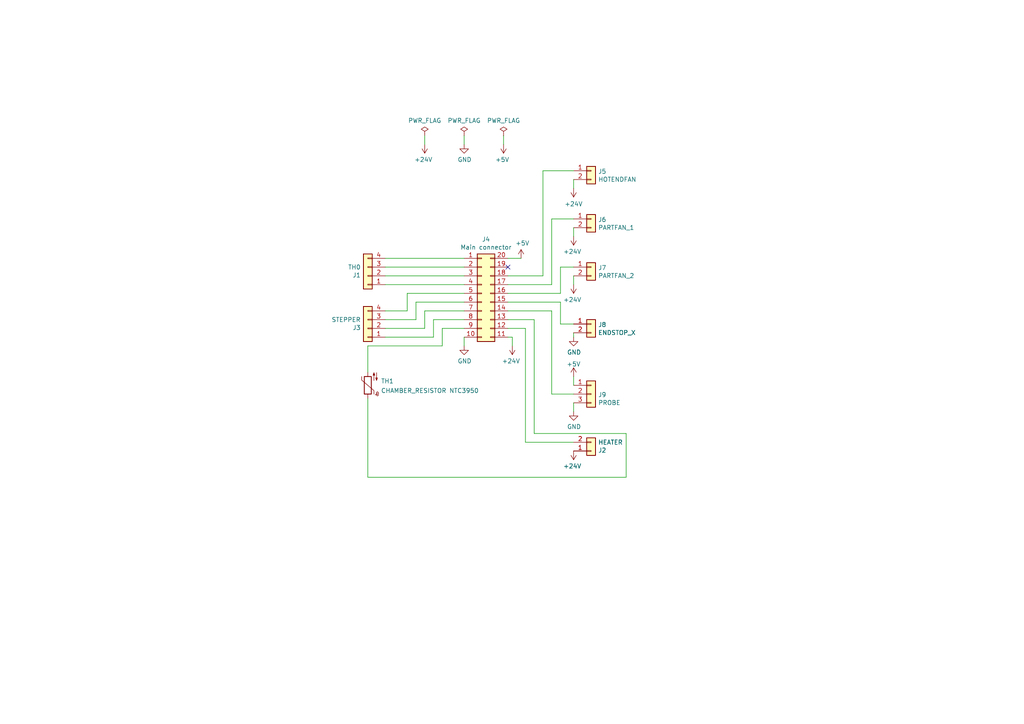
<source format=kicad_sch>
(kicad_sch (version 20211123) (generator eeschema)
  (paper "A4")
  (lib_symbols
    (symbol "Connector_Generic:Conn_01x02" (pin_names (offset 1.016) hide)
      (property "Reference" "J" (at 0 2.54 0))
      (property "Value" "Conn_01x02" (at 0 -5.08 0))
      (symbol "Conn_01x02_1_1"
        (rectangle (start -1.27 -2.413) (end 0 -2.667) (stroke (width 0.1524)))
        (rectangle (start -1.27 0.127) (end 0 -0.127) (stroke (width 0.1524)))
        (rectangle (start -1.27 1.27) (end 1.27 -3.81) (stroke (width 0.254)) (fill (type background)))
        (pin passive line (at -5.08 0 0) (length 3.81) (name "Pin_1") (number "1"))
        (pin passive line (at -5.08 -2.54 0) (length 3.81) (name "Pin_2") (number "2"))
      )
    )
    (symbol "Connector_Generic:Conn_01x03" (pin_names (offset 1.016) hide)
      (property "Reference" "J" (at 0 5.08 0))
      (property "Value" "Conn_01x03" (at 0 -5.08 0))
      (symbol "Conn_01x03_1_1"
        (rectangle (start -1.27 -2.413) (end 0 -2.667) (stroke (width 0.1524)))
        (rectangle (start -1.27 0.127) (end 0 -0.127) (stroke (width 0.1524)))
        (rectangle (start -1.27 2.667) (end 0 2.413) (stroke (width 0.1524)))
        (rectangle (start -1.27 3.81) (end 1.27 -3.81) (stroke (width 0.254)) (fill (type background)))
        (pin passive line (at -5.08 2.54 0) (length 3.81) (name "Pin_1") (number "1"))
        (pin passive line (at -5.08 0 0) (length 3.81) (name "Pin_2") (number "2"))
        (pin passive line (at -5.08 -2.54 0) (length 3.81) (name "Pin_3") (number "3"))
      )
    )
    (symbol "Connector_Generic:Conn_01x04" (pin_names (offset 1.016) hide)
      (property "Reference" "J" (at 0 5.08 0))
      (property "Value" "Conn_01x04" (at 0 -7.62 0))
      (symbol "Conn_01x04_1_1"
        (rectangle (start -1.27 -4.953) (end 0 -5.207) (stroke (width 0.1524)))
        (rectangle (start -1.27 -2.413) (end 0 -2.667) (stroke (width 0.1524)))
        (rectangle (start -1.27 0.127) (end 0 -0.127) (stroke (width 0.1524)))
        (rectangle (start -1.27 2.667) (end 0 2.413) (stroke (width 0.1524)))
        (rectangle (start -1.27 3.81) (end 1.27 -6.35) (stroke (width 0.254)) (fill (type background)))
        (pin passive line (at -5.08 2.54 0) (length 3.81) (name "Pin_1") (number "1"))
        (pin passive line (at -5.08 0 0) (length 3.81) (name "Pin_2") (number "2"))
        (pin passive line (at -5.08 -2.54 0) (length 3.81) (name "Pin_3") (number "3"))
        (pin passive line (at -5.08 -5.08 0) (length 3.81) (name "Pin_4") (number "4"))
      )
    )
    (symbol "Connector_Generic:Conn_02x10_Counter_Clockwise" (pin_names (offset 1.016) hide)
      (property "Reference" "J" (at 1.27 12.7 0))
      (property "Value" "Conn_02x10_Counter_Clockwise" (at 1.27 -15.24 0))
      (symbol "Conn_02x10_Counter_Clockwise_1_1"
        (rectangle (start -1.27 -12.573) (end 0 -12.827) (stroke (width 0.1524)))
        (rectangle (start -1.27 -10.033) (end 0 -10.287) (stroke (width 0.1524)))
        (rectangle (start -1.27 -7.493) (end 0 -7.747) (stroke (width 0.1524)))
        (rectangle (start -1.27 -4.953) (end 0 -5.207) (stroke (width 0.1524)))
        (rectangle (start -1.27 -2.413) (end 0 -2.667) (stroke (width 0.1524)))
        (rectangle (start -1.27 0.127) (end 0 -0.127) (stroke (width 0.1524)))
        (rectangle (start -1.27 2.667) (end 0 2.413) (stroke (width 0.1524)))
        (rectangle (start -1.27 5.207) (end 0 4.953) (stroke (width 0.1524)))
        (rectangle (start -1.27 7.747) (end 0 7.493) (stroke (width 0.1524)))
        (rectangle (start -1.27 10.287) (end 0 10.033) (stroke (width 0.1524)))
        (rectangle (start -1.27 11.43) (end 3.81 -13.97) (stroke (width 0.254)) (fill (type background)))
        (rectangle (start 3.81 -12.573) (end 2.54 -12.827) (stroke (width 0.1524)))
        (rectangle (start 3.81 -10.033) (end 2.54 -10.287) (stroke (width 0.1524)))
        (rectangle (start 3.81 -7.493) (end 2.54 -7.747) (stroke (width 0.1524)))
        (rectangle (start 3.81 -4.953) (end 2.54 -5.207) (stroke (width 0.1524)))
        (rectangle (start 3.81 -2.413) (end 2.54 -2.667) (stroke (width 0.1524)))
        (rectangle (start 3.81 0.127) (end 2.54 -0.127) (stroke (width 0.1524)))
        (rectangle (start 3.81 2.667) (end 2.54 2.413) (stroke (width 0.1524)))
        (rectangle (start 3.81 5.207) (end 2.54 4.953) (stroke (width 0.1524)))
        (rectangle (start 3.81 7.747) (end 2.54 7.493) (stroke (width 0.1524)))
        (rectangle (start 3.81 10.287) (end 2.54 10.033) (stroke (width 0.1524)))
        (pin passive line (at -5.08 10.16 0) (length 3.81) (name "Pin_1") (number "1"))
        (pin passive line (at -5.08 -12.7 0) (length 3.81) (name "Pin_10") (number "10"))
        (pin passive line (at 7.62 -12.7 180) (length 3.81) (name "Pin_11") (number "11"))
        (pin passive line (at 7.62 -10.16 180) (length 3.81) (name "Pin_12") (number "12"))
        (pin passive line (at 7.62 -7.62 180) (length 3.81) (name "Pin_13") (number "13"))
        (pin passive line (at 7.62 -5.08 180) (length 3.81) (name "Pin_14") (number "14"))
        (pin passive line (at 7.62 -2.54 180) (length 3.81) (name "Pin_15") (number "15"))
        (pin passive line (at 7.62 0 180) (length 3.81) (name "Pin_16") (number "16"))
        (pin passive line (at 7.62 2.54 180) (length 3.81) (name "Pin_17") (number "17"))
        (pin passive line (at 7.62 5.08 180) (length 3.81) (name "Pin_18") (number "18"))
        (pin passive line (at 7.62 7.62 180) (length 3.81) (name "Pin_19") (number "19"))
        (pin passive line (at -5.08 7.62 0) (length 3.81) (name "Pin_2") (number "2"))
        (pin passive line (at 7.62 10.16 180) (length 3.81) (name "Pin_20") (number "20"))
        (pin passive line (at -5.08 5.08 0) (length 3.81) (name "Pin_3") (number "3"))
        (pin passive line (at -5.08 2.54 0) (length 3.81) (name "Pin_4") (number "4"))
        (pin passive line (at -5.08 0 0) (length 3.81) (name "Pin_5") (number "5"))
        (pin passive line (at -5.08 -2.54 0) (length 3.81) (name "Pin_6") (number "6"))
        (pin passive line (at -5.08 -5.08 0) (length 3.81) (name "Pin_7") (number "7"))
        (pin passive line (at -5.08 -7.62 0) (length 3.81) (name "Pin_8") (number "8"))
        (pin passive line (at -5.08 -10.16 0) (length 3.81) (name "Pin_9") (number "9"))
      )
    )
    (symbol "Device:Thermistor_NTC" (pin_numbers hide) (pin_names (offset 0))
      (property "Reference" "TH" (at -4.445 0 90))
      (property "Value" "Thermistor_NTC" (at 3.175 0 90))
      (symbol "Thermistor_NTC_0_1"
        (arc (start -3.048 2.159) (mid -3.0505 2.3165) (end -3.175 2.413))
        (arc (start -3.048 2.159) (mid -2.9736 1.9794) (end -2.794 1.905))
        (arc (start -3.048 2.794) (mid -2.9736 2.6144) (end -2.794 2.54))
        (arc (start -2.794 1.905) (mid -2.6144 1.9794) (end -2.54 2.159))
        (arc (start -2.794 2.54) (mid -2.434 2.5608) (end -2.159 2.794))
        (arc (start -2.794 3.048) (mid -2.9736 2.9736) (end -3.048 2.794))
        (arc (start -2.54 2.794) (mid -2.6144 2.9736) (end -2.794 3.048))
        (rectangle (start -1.016 2.54) (end 1.016 -2.54) (stroke (width 0.254)))
        (polyline (pts (xy -2.54 2.159) (xy -2.54 2.794)))
        (polyline (pts (xy -1.778 2.54) (xy -1.778 1.524) (xy 1.778 -1.524) (xy 1.778 -2.54)))
        (polyline (pts (xy -2.54 -3.683) (xy -2.54 -1.397) (xy -2.794 -2.159) (xy -2.286 -2.159) (xy -2.54 -1.397) (xy -2.54 -1.651)) (fill (type outline)))
        (polyline (pts (xy -1.778 -1.397) (xy -1.778 -3.683) (xy -2.032 -2.921) (xy -1.524 -2.921) (xy -1.778 -3.683) (xy -1.778 -3.429)) (fill (type outline)))
      )
      (symbol "Thermistor_NTC_1_1"
        (pin passive line (at 0 3.81 270) (length 1.27) (name "~") (number "1"))
        (pin passive line (at 0 -3.81 90) (length 1.27) (name "~") (number "2"))
      )
    )
    (symbol "power:+24V" (power) (pin_names (offset 0))
      (property "Value" "+24V" (at 0 3.556 0))
      (symbol "+24V_0_1"
        (polyline (pts (xy -0.762 1.27) (xy 0 2.54)))
        (polyline (pts (xy 0 0) (xy 0 2.54)))
        (polyline (pts (xy 0 2.54) (xy 0.762 1.27)))
      )
      (symbol "+24V_1_1"
        (pin power_in line (at 0 0 90) (length 0) hide (name "+24V") (number "1"))
      )
    )
    (symbol "power:+5V" (power) (pin_names (offset 0))
      (property "Value" "+5V" (at 0 3.556 0))
      (symbol "+5V_0_1"
        (polyline (pts (xy -0.762 1.27) (xy 0 2.54)))
        (polyline (pts (xy 0 0) (xy 0 2.54)))
        (polyline (pts (xy 0 2.54) (xy 0.762 1.27)))
      )
      (symbol "+5V_1_1"
        (pin power_in line (at 0 0 90) (length 0) hide (name "+5V") (number "1"))
      )
    )
    (symbol "power:GND" (power) (pin_names (offset 0))
      (property "Value" "GND" (at 0 -3.81 0))
      (symbol "GND_0_1"
        (polyline (pts (xy 0 0) (xy 0 -1.27) (xy 1.27 -1.27) (xy 0 -2.54) (xy -1.27 -1.27) (xy 0 -1.27)))
      )
      (symbol "GND_1_1"
        (pin power_in line (at 0 0 270) (length 0) hide (name "GND") (number "1"))
      )
    )
    (symbol "power:PWR_FLAG" (power) (pin_numbers hide) (pin_names (offset 0) hide)
      (property "Value" "PWR_FLAG" (at 0 3.81 0))
      (symbol "PWR_FLAG_0_0"
        (pin power_out line (at 0 0 90) (length 0) (name "pwr") (number "1"))
      )
      (symbol "PWR_FLAG_0_1"
        (polyline (pts (xy 0 0) (xy 0 1.27) (xy -1.016 1.905) (xy 0 2.54) (xy 1.016 1.905) (xy 0 1.27)))
      )
    )
  )
  (no_connect (at 147.32 77.47))
  (wire (pts (xy 111.76 80.01) (xy 134.62 80.01)))
  (wire (pts (xy 162.56 93.98) (xy 162.56 87.63)))
  (wire (pts (xy 160.02 114.3) (xy 166.37 114.3)))
  (wire (pts (xy 111.76 82.55) (xy 134.62 82.55)))
  (wire (pts (xy 181.61 138.43) (xy 181.61 125.73)))
  (wire (pts (xy 157.48 49.53) (xy 157.48 80.01)))
  (wire (pts (xy 166.37 63.5) (xy 160.02 63.5)))
  (wire (pts (xy 166.37 116.84) (xy 166.37 119.38)))
  (wire (pts (xy 160.02 90.17) (xy 160.02 114.3)))
  (wire (pts (xy 146.05 41.91) (xy 146.05 39.37)))
  (wire (pts (xy 154.94 125.73) (xy 154.94 92.71)))
  (wire (pts (xy 123.19 90.17) (xy 134.62 90.17)))
  (wire (pts (xy 111.76 92.71) (xy 120.65 92.71)))
  (wire (pts (xy 134.62 95.25) (xy 128.27 95.25)))
  (wire (pts (xy 152.4 95.25) (xy 152.4 128.27)))
  (wire (pts (xy 111.76 95.25) (xy 123.19 95.25)))
  (wire (pts (xy 111.76 90.17) (xy 118.11 90.17)))
  (wire (pts (xy 162.56 85.09) (xy 147.32 85.09)))
  (wire (pts (xy 166.37 49.53) (xy 157.48 49.53)))
  (wire (pts (xy 125.73 97.79) (xy 125.73 92.71)))
  (wire (pts (xy 166.37 97.79) (xy 166.37 96.52)))
  (wire (pts (xy 166.37 82.55) (xy 166.37 80.01)))
  (wire (pts (xy 125.73 92.71) (xy 134.62 92.71)))
  (wire (pts (xy 120.65 92.71) (xy 120.65 87.63)))
  (wire (pts (xy 157.48 80.01) (xy 147.32 80.01)))
  (wire (pts (xy 162.56 87.63) (xy 147.32 87.63)))
  (wire (pts (xy 134.62 41.91) (xy 134.62 39.37)))
  (wire (pts (xy 160.02 82.55) (xy 147.32 82.55)))
  (wire (pts (xy 147.32 97.79) (xy 148.59 97.79)))
  (wire (pts (xy 166.37 93.98) (xy 162.56 93.98)))
  (wire (pts (xy 147.32 95.25) (xy 152.4 95.25)))
  (wire (pts (xy 111.76 74.93) (xy 134.62 74.93)))
  (wire (pts (xy 152.4 128.27) (xy 166.37 128.27)))
  (wire (pts (xy 128.27 100.33) (xy 106.68 100.33)))
  (wire (pts (xy 160.02 63.5) (xy 160.02 82.55)))
  (wire (pts (xy 154.94 92.71) (xy 147.32 92.71)))
  (wire (pts (xy 134.62 97.79) (xy 134.62 100.33)))
  (wire (pts (xy 162.56 77.47) (xy 162.56 85.09)))
  (wire (pts (xy 118.11 85.09) (xy 134.62 85.09)))
  (wire (pts (xy 106.68 138.43) (xy 181.61 138.43)))
  (wire (pts (xy 160.02 90.17) (xy 147.32 90.17)))
  (wire (pts (xy 166.37 109.22) (xy 166.37 111.76)))
  (wire (pts (xy 106.68 115.57) (xy 106.68 138.43)))
  (wire (pts (xy 166.37 77.47) (xy 162.56 77.47)))
  (wire (pts (xy 166.37 68.58) (xy 166.37 66.04)))
  (wire (pts (xy 128.27 95.25) (xy 128.27 100.33)))
  (wire (pts (xy 120.65 87.63) (xy 134.62 87.63)))
  (wire (pts (xy 166.37 54.61) (xy 166.37 52.07)))
  (wire (pts (xy 148.59 100.33) (xy 148.59 97.79)))
  (wire (pts (xy 106.68 100.33) (xy 106.68 107.95)))
  (wire (pts (xy 111.76 97.79) (xy 125.73 97.79)))
  (wire (pts (xy 111.76 77.47) (xy 134.62 77.47)))
  (wire (pts (xy 123.19 95.25) (xy 123.19 90.17)))
  (wire (pts (xy 147.32 74.93) (xy 151.13 74.93)))
  (wire (pts (xy 118.11 90.17) (xy 118.11 85.09)))
  (wire (pts (xy 123.19 41.91) (xy 123.19 39.37)))
  (wire (pts (xy 181.61 125.73) (xy 154.94 125.73)))
  (symbol (lib_id "Connector_Generic:Conn_02x10_Counter_Clockwise") (at 139.7 85.09 0) (unit 1)
    (property "Reference" "J4" (at 140.97 69.4182 0))
    (property "Value" "Main connector" (at 140.97 71.7296 0))
    (property "Footprint" "Connector_Molex:Molex_Micro-Fit_3.0_43045-2000_2x10_P3.00mm_Horizontal" (effects hide))
  )
  (symbol (lib_id "Connector_Generic:Conn_01x02") (at 171.45 130.81 0) (mirror x) (unit 1)
    (property "Reference" "J2" (at 173.482 130.6068 0) (effects (justify left)))
    (property "Value" "HEATER" (at 173.482 128.2954 0) (effects (justify left)))
    (property "Footprint" "Connector_Molex:Molex_Micro-Fit_3.0_43650-0200_1x02_P3.00mm_Horizontal" (effects hide))
  )
  (symbol (lib_id "Connector_Generic:Conn_01x04") (at 106.68 80.01 180) (unit 1)
    (property "Reference" "J1" (at 104.648 79.8068 0) (effects (justify left)))
    (property "Value" "TH0" (at 104.648 77.4954 0) (effects (justify left)))
    (property "Footprint" "Connector_JST:JST_PH_B4B-PH-K_1x04_P2.00mm_Vertical" (effects hide))
  )
  (symbol (lib_id "Connector_Generic:Conn_01x02") (at 171.45 63.5 0) (unit 1)
    (property "Reference" "J6" (at 173.482 63.7032 0) (effects (justify left)))
    (property "Value" "PARTFAN_1" (at 173.482 66.0146 0) (effects (justify left)))
    (property "Footprint" "Connector_JST:JST_PH_S2B-PH-K_1x02_P2.00mm_Horizontal" (effects hide))
  )
  (symbol (lib_id "Connector_Generic:Conn_01x02") (at 171.45 77.47 0) (unit 1)
    (property "Reference" "J7" (at 173.482 77.6732 0) (effects (justify left)))
    (property "Value" "PARTFAN_2" (at 173.482 79.9846 0) (effects (justify left)))
    (property "Footprint" "Connector_JST:JST_PH_B2B-PH-K_1x02_P2.00mm_Vertical" (effects hide))
  )
  (symbol (lib_id "Connector_Generic:Conn_01x02") (at 171.45 49.53 0) (unit 1)
    (property "Reference" "J5" (at 173.482 49.7332 0) (effects (justify left)))
    (property "Value" "HOTENDFAN" (at 173.482 52.0446 0) (effects (justify left)))
    (property "Footprint" "Connector_JST:JST_PH_S2B-PH-K_1x02_P2.00mm_Horizontal" (effects hide))
  )
  (symbol (lib_id "Connector_Generic:Conn_01x02") (at 171.45 93.98 0) (unit 1)
    (property "Reference" "J8" (at 173.482 94.1832 0) (effects (justify left)))
    (property "Value" "ENDSTOP_X" (at 173.482 96.4946 0) (effects (justify left)))
    (property "Footprint" "Connector_JST:JST_PH_S2B-PH-K_1x02_P2.00mm_Horizontal" (effects hide))
  )
  (symbol (lib_id "Connector_Generic:Conn_01x03") (at 171.45 114.3 0) (unit 1)
    (property "Reference" "J9" (at 173.482 114.5032 0) (effects (justify left)))
    (property "Value" "PROBE" (at 173.482 116.8146 0) (effects (justify left)))
    (property "Footprint" "Connector_JST:JST_PH_S3B-PH-K_1x03_P2.00mm_Horizontal" (effects hide))
  )
  (symbol (lib_id "Connector_Generic:Conn_01x04") (at 106.68 95.25 180) (unit 1)
    (property "Reference" "J3" (at 104.648 95.0468 0) (effects (justify left)))
    (property "Value" "STEPPER" (at 104.648 92.7354 0) (effects (justify left)))
    (property "Footprint" "Connector_JST:JST_PH_B4B-PH-K_1x04_P2.00mm_Vertical" (effects hide))
  )
  (symbol (lib_id "power:+5V") (at 151.13 74.93 0) (unit 1)
    (property "Reference" "#PWR02" (effects hide))
    (property "Value" "+5V" (at 151.511 70.5358 0))
  )
  (symbol (lib_id "power:+24V") (at 148.59 100.33 180) (unit 1)
    (property "Reference" "#PWR03" (effects hide))
    (property "Value" "+24V" (at 148.209 104.7242 0))
  )
  (symbol (lib_id "power:+24V") (at 166.37 68.58 180) (unit 1)
    (property "Reference" "#PWR06" (effects hide))
    (property "Value" "+24V" (at 165.989 72.9742 0))
  )
  (symbol (lib_id "power:+24V") (at 166.37 82.55 180) (unit 1)
    (property "Reference" "#PWR07" (effects hide))
    (property "Value" "+24V" (at 165.989 86.9442 0))
  )
  (symbol (lib_id "power:GND") (at 134.62 100.33 0) (unit 1)
    (property "Reference" "#PWR04" (effects hide))
    (property "Value" "GND" (at 134.747 104.7242 0))
  )
  (symbol (lib_id "power:GND") (at 166.37 97.79 0) (unit 1)
    (property "Reference" "#PWR08" (effects hide))
    (property "Value" "GND" (at 166.497 102.1842 0))
  )
  (symbol (lib_id "power:GND") (at 166.37 119.38 0) (unit 1)
    (property "Reference" "#PWR09" (effects hide))
    (property "Value" "GND" (at 166.497 123.7742 0))
  )
  (symbol (lib_id "power:+24V") (at 166.37 130.81 180) (unit 1)
    (property "Reference" "#PWR0105" (effects hide))
    (property "Value" "+24V" (at 165.989 135.2042 0))
  )
  (symbol (lib_id "power:PWR_FLAG") (at 123.19 39.37 0) (unit 1)
    (property "Reference" "#FLG0101" (effects hide))
    (property "Value" "PWR_FLAG" (at 123.19 34.9758 0))
  )
  (symbol (lib_id "power:PWR_FLAG") (at 134.62 39.37 0) (unit 1)
    (property "Reference" "#FLG0102" (effects hide))
    (property "Value" "PWR_FLAG" (at 134.62 34.9758 0))
  )
  (symbol (lib_id "power:+24V") (at 123.19 41.91 180) (unit 1)
    (property "Reference" "#PWR0101" (effects hide))
    (property "Value" "+24V" (at 122.809 46.3042 0))
  )
  (symbol (lib_id "power:GND") (at 134.62 41.91 0) (unit 1)
    (property "Reference" "#PWR0102" (effects hide))
    (property "Value" "GND" (at 134.747 46.3042 0))
  )
  (symbol (lib_id "power:PWR_FLAG") (at 146.05 39.37 0) (unit 1)
    (property "Reference" "#FLG0103" (effects hide))
    (property "Value" "PWR_FLAG" (at 146.05 34.9758 0))
  )
  (symbol (lib_id "power:+5V") (at 146.05 41.91 180) (unit 1)
    (property "Reference" "#PWR0103" (effects hide))
    (property "Value" "+5V" (at 145.669 46.3042 0))
  )
  (symbol (lib_id "power:+5V") (at 166.37 109.22 0) (unit 1)
    (property "Reference" "#PWR0104" (effects hide))
    (property "Value" "+5V" (at 166.37 105.6155 0))
  )
  (symbol (lib_id "power:+24V") (at 166.37 54.61 180) (unit 1)
    (property "Reference" "#PWR0106" (effects hide))
    (property "Value" "+24V" (at 166.37 59.1725 0))
  )
  (symbol (lib_id "Device:Thermistor_NTC") (at 106.68 111.76 180) (unit 1)
    (property "Reference" "TH1" (at 110.49 110.534 0) (effects (justify right)))
    (property "Value" "CHAMBER_RESISTOR NTC3950" (at 110.49 113.3091 0) (effects (justify right)))
    (property "Footprint" "Diode_THT:D_A-405_P7.62mm_Horizontal" (effects hide))
  )
)
</source>
